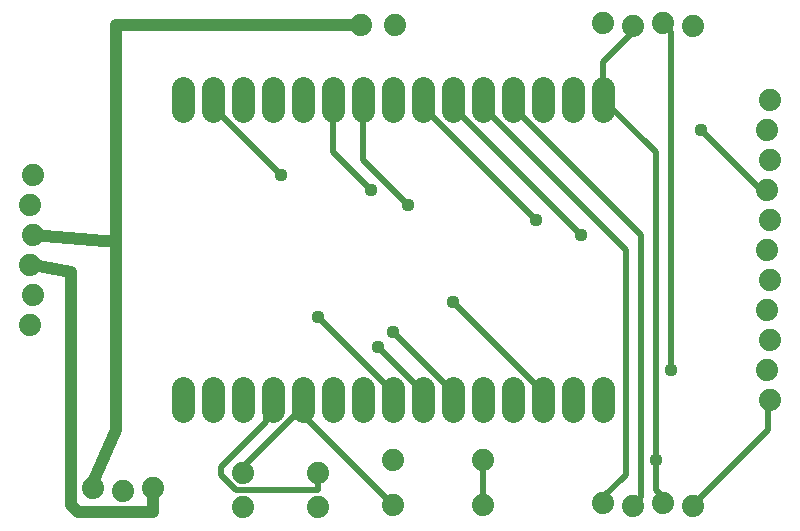
<source format=gbl>
G75*
%MOIN*%
%OFA0B0*%
%FSLAX25Y25*%
%IPPOS*%
%LPD*%
%AMOC8*
5,1,8,0,0,1.08239X$1,22.5*
%
%ADD10C,0.07400*%
%ADD11C,0.07600*%
%ADD12C,0.02000*%
%ADD13C,0.04000*%
%ADD14C,0.04400*%
D10*
X0041800Y0017300D03*
X0051800Y0016300D03*
X0061800Y0017300D03*
X0091800Y0022500D03*
X0091800Y0011100D03*
X0116800Y0011100D03*
X0116800Y0022500D03*
X0141800Y0026800D03*
X0141800Y0011800D03*
X0171800Y0011800D03*
X0171800Y0026800D03*
X0211800Y0012300D03*
X0221800Y0011300D03*
X0231800Y0012300D03*
X0241800Y0011300D03*
X0267300Y0046800D03*
X0266300Y0056800D03*
X0267300Y0066800D03*
X0266300Y0076800D03*
X0267300Y0086800D03*
X0266300Y0096800D03*
X0267300Y0106800D03*
X0266300Y0116800D03*
X0267300Y0126800D03*
X0266300Y0136800D03*
X0267300Y0146800D03*
X0241800Y0171300D03*
X0231800Y0172300D03*
X0221800Y0171300D03*
X0211800Y0172300D03*
X0142500Y0171800D03*
X0131100Y0171800D03*
X0021800Y0121800D03*
X0020800Y0111800D03*
X0021800Y0101800D03*
X0020800Y0091800D03*
X0021800Y0081800D03*
X0020800Y0071800D03*
D11*
X0071800Y0050600D02*
X0071800Y0043000D01*
X0081800Y0043000D02*
X0081800Y0050600D01*
X0091800Y0050600D02*
X0091800Y0043000D01*
X0101800Y0043000D02*
X0101800Y0050600D01*
X0111800Y0050600D02*
X0111800Y0043000D01*
X0121800Y0043000D02*
X0121800Y0050600D01*
X0131800Y0050600D02*
X0131800Y0043000D01*
X0141800Y0043000D02*
X0141800Y0050600D01*
X0151800Y0050600D02*
X0151800Y0043000D01*
X0161800Y0043000D02*
X0161800Y0050600D01*
X0171800Y0050600D02*
X0171800Y0043000D01*
X0181800Y0043000D02*
X0181800Y0050600D01*
X0191800Y0050600D02*
X0191800Y0043000D01*
X0201800Y0043000D02*
X0201800Y0050600D01*
X0211800Y0050600D02*
X0211800Y0043000D01*
X0211800Y0143000D02*
X0211800Y0150600D01*
X0201800Y0150600D02*
X0201800Y0143000D01*
X0191800Y0143000D02*
X0191800Y0150600D01*
X0181800Y0150600D02*
X0181800Y0143000D01*
X0171800Y0143000D02*
X0171800Y0150600D01*
X0161800Y0150600D02*
X0161800Y0143000D01*
X0151800Y0143000D02*
X0151800Y0150600D01*
X0141800Y0150600D02*
X0141800Y0143000D01*
X0131800Y0143000D02*
X0131800Y0150600D01*
X0121800Y0150600D02*
X0121800Y0143000D01*
X0111800Y0143000D02*
X0111800Y0150600D01*
X0101800Y0150600D02*
X0101800Y0143000D01*
X0091800Y0143000D02*
X0091800Y0150600D01*
X0081800Y0150600D02*
X0081800Y0143000D01*
X0071800Y0143000D02*
X0071800Y0150600D01*
D12*
X0081800Y0146800D02*
X0081800Y0144300D01*
X0104300Y0121800D01*
X0121800Y0129300D02*
X0121800Y0146800D01*
X0131800Y0146800D02*
X0131800Y0126800D01*
X0146800Y0111800D01*
X0134300Y0116800D02*
X0121800Y0129300D01*
X0151800Y0144300D02*
X0151800Y0146800D01*
X0151800Y0144300D02*
X0189300Y0106800D01*
X0204300Y0101800D02*
X0161800Y0144300D01*
X0161800Y0146800D01*
X0171800Y0146800D02*
X0171800Y0144300D01*
X0219300Y0096800D01*
X0219300Y0021800D01*
X0211800Y0014300D01*
X0211800Y0012300D01*
X0221800Y0011800D02*
X0221800Y0011300D01*
X0221800Y0011800D02*
X0224300Y0014300D01*
X0224300Y0101800D01*
X0181800Y0144300D01*
X0181800Y0146800D01*
X0211800Y0146800D02*
X0211800Y0159300D01*
X0221800Y0169300D01*
X0221800Y0171300D01*
X0231800Y0171800D02*
X0231800Y0172300D01*
X0231800Y0171800D02*
X0234300Y0169300D01*
X0234300Y0056800D01*
X0266800Y0046800D02*
X0266800Y0036800D01*
X0241800Y0011800D01*
X0241800Y0011300D01*
X0231800Y0012300D02*
X0231800Y0014300D01*
X0229300Y0016800D01*
X0229300Y0026800D01*
X0229300Y0129300D01*
X0211800Y0146800D01*
X0244300Y0136800D02*
X0264300Y0116800D01*
X0266300Y0116800D01*
X0191800Y0049300D02*
X0161800Y0079300D01*
X0141800Y0069300D02*
X0161800Y0049300D01*
X0161800Y0046800D01*
X0151800Y0046800D02*
X0151800Y0049300D01*
X0136800Y0064300D01*
X0141800Y0049300D02*
X0116800Y0074300D01*
X0141800Y0049300D02*
X0141800Y0046800D01*
X0111800Y0046800D02*
X0111800Y0044300D01*
X0111800Y0041800D01*
X0141800Y0011800D01*
X0116800Y0016800D02*
X0116800Y0022500D01*
X0116800Y0016800D02*
X0089300Y0016800D01*
X0084300Y0021800D01*
X0084300Y0024300D01*
X0099300Y0039300D01*
X0099300Y0044300D01*
X0101800Y0046800D01*
X0111800Y0044300D02*
X0091800Y0024300D01*
X0091800Y0022500D01*
X0171800Y0026800D02*
X0171800Y0011800D01*
X0191800Y0046800D02*
X0191800Y0049300D01*
X0266800Y0046800D02*
X0267300Y0046800D01*
X0021800Y0091800D02*
X0020800Y0091800D01*
D13*
X0034300Y0011800D02*
X0036800Y0009300D01*
X0061800Y0009300D01*
X0061800Y0017300D01*
X0041800Y0017300D02*
X0041800Y0019300D01*
X0049300Y0036800D01*
X0049300Y0099300D01*
X0049300Y0171800D01*
X0131100Y0171800D01*
X0049300Y0099300D02*
X0021800Y0101800D01*
X0021800Y0091800D02*
X0034300Y0089300D01*
X0034300Y0011800D01*
D14*
X0116800Y0074300D03*
X0136800Y0064300D03*
X0141800Y0069300D03*
X0161800Y0079300D03*
X0189300Y0106800D03*
X0204300Y0101800D03*
X0244300Y0136800D03*
X0146800Y0111800D03*
X0134300Y0116800D03*
X0104300Y0121800D03*
X0234300Y0056800D03*
X0229300Y0026800D03*
M02*

</source>
